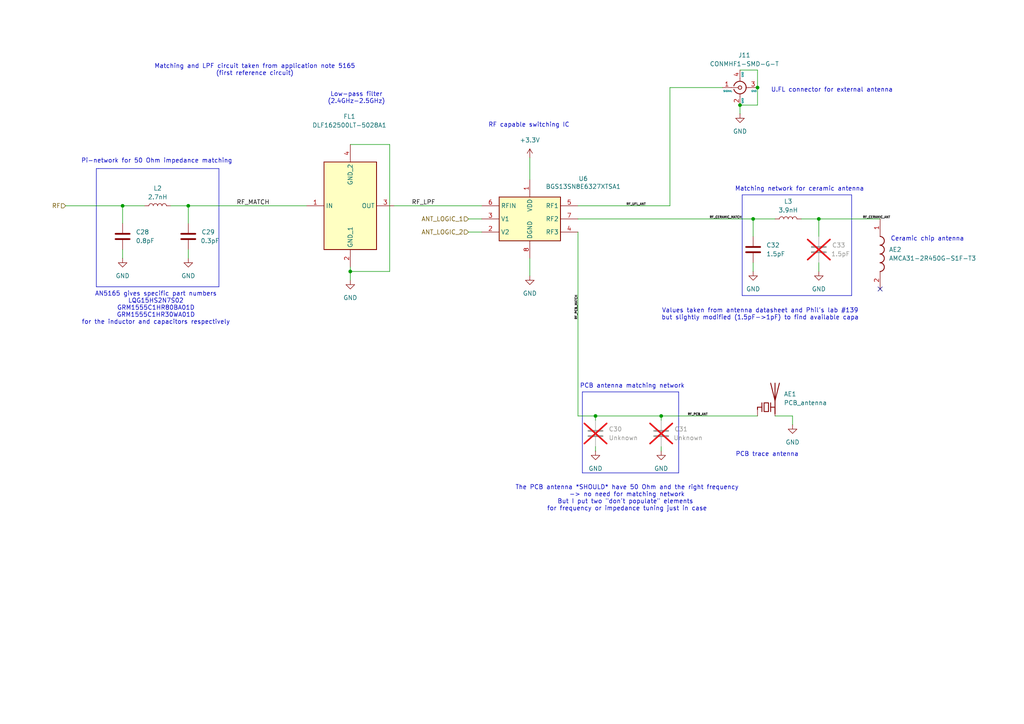
<source format=kicad_sch>
(kicad_sch (version 20250114) (generator "eeschema") (generator_version "9.0")
  (paper "A4")
  (title_block (company "N-Pulse"))
  (lib_symbols
    (symbol "AMCA31-2R450G-S1F-T3:AMCA31-2R450G-S1F-T3" (pin_names (hide yes))
      (property "Reference" "L" (at 16.51 6.35 0))
      (property "Value" "AMCA31-2R450G-S1F-T3" (at 16.51 3.81 0))
      (symbol "AMCA31-2R450G-S1F-T3_1_1"
        (arc (start 5.08 0) (mid 6.35 1.219) (end 7.62 0) (stroke (width 0.254)))
        (arc (start 7.62 0) (mid 8.89 1.219) (end 10.16 0) (stroke (width 0.254)))
        (arc (start 10.16 0) (mid 11.43 1.219) (end 12.7 0) (stroke (width 0.254)))
        (arc (start 12.7 0) (mid 13.97 1.219) (end 15.24 0) (stroke (width 0.254)))
        (pin passive line (at 0 0 0) (length 5.08) (name "FEED") (number "1"))
        (pin passive line (at 20.32 0 180) (length 5.08) (name "NC") (number "2"))
      )
    )
    (symbol "BGS13SN8E6327XTSA1:BGS13SN8E6327XTSA1"
      (property "Reference" "IC4" (at 13.97 7.62 0))
      (property "Value" "BGS13SN8E6327XTSA1" (at 13.97 5.08 0))
      (symbol "BGS13SN8E6327XTSA1_1_1"
        (rectangle (start 22.86 2.54) (end 5.08 -10.16) (stroke (width 0.254)) (fill (type background)))
        (pin passive line (at 0 0 0) (length 5.08) (name "RFIN") (number "6"))
        (pin passive line (at 0 -3.81 0) (length 5.08) (name "V1") (number "3"))
        (pin passive line (at 0 -7.62 0) (length 5.08) (name "V2") (number "2"))
        (pin passive line (at 13.97 7.62 270) (length 5.08) (name "VDD") (number "1"))
        (pin passive line (at 13.97 -15.24 90) (length 5.08) (name "DGND") (number "8"))
        (pin passive line (at 27.94 0 180) (length 5.08) (name "RF1") (number "5"))
        (pin passive line (at 27.94 -3.81 180) (length 5.08) (name "RF2") (number "7"))
        (pin passive line (at 27.94 -7.62 180) (length 5.08) (name "RF3") (number "4"))
      )
    )
    (symbol "CONMHF1-SMD-G-T_2"
      (property "Value" "CONMHF1-SMD-G-T" (at 16.51 3.8802 0))
      (symbol "CONMHF1-SMD-G-T_2_0_1"
        (polyline (pts (xy -2.54 0) (xy -0.508 0)))
        (arc (start 1.778 0) (mid 0.222 -1.8079) (end -1.778 -0.508) (stroke (width 0.254)))
        (arc (start -1.778 0.508) (mid 0.2221 1.8084) (end 1.778 0) (stroke (width 0.254)))
        (polyline (pts (xy 0 2.54) (xy 0 1.8105)))
        (circle (center 0 0) (radius 0.508) (stroke (width 0.2032)))
        (polyline (pts (xy 0 -2.54) (xy 0 -1.778)))
        (polyline (pts (xy 2.54 0) (xy 1.7981 -0.0124)))
      )
      (symbol "CONMHF1-SMD-G-T_2_1_1"
        (text "SIGNAL" (at -3.556 -1.016 0) (effects (font (size 0.5 0.5))))
        (text "GND" (at 0.762 3.81 900) (effects (font (size 0.5 0.5))))
        (text "GND" (at 0.762 -3.81 900) (effects (font (size 0.5 0.5))))
        (text "GND\n" (at 4.064 -1.016 0) (effects (font (size 0.5 0.5))))
        (pin passive line (at -5.08 0 0) (length 2.54) (name "") (number "1"))
        (pin passive line (at 0 5.08 270) (length 2.54) (name "") (number "4"))
        (pin passive line (at 0 -5.08 90) (length 2.54) (name "") (number "2"))
        (pin passive line (at 5.08 0 180) (length 2.54) (name "") (number "3"))
      )
    )
    (symbol "DLF162500LT-5028A1:DLF162500LT-5028A1"
      (property "Reference" "FL" (at 21.59 17.78 0))
      (property "Value" "DLF162500LT-5028A1" (at 21.59 15.24 0))
      (symbol "DLF162500LT-5028A1_1_1"
        (rectangle (start 5.08 12.7) (end 20.32 -12.7) (stroke (width 0.254)) (fill (type background)))
        (pin passive line (at 0 0 0) (length 5.08) (name "IN") (number "1"))
        (pin passive line (at 12.7 17.78 270) (length 5.08) (name "GND_2") (number "4"))
        (pin passive line (at 12.7 -17.78 90) (length 5.08) (name "GND_1") (number "2"))
        (pin passive line (at 25.4 0 180) (length 5.08) (name "OUT") (number "3"))
      )
    )
    (symbol "Device:Antenna_Chip" (pin_numbers (hide yes)) (pin_names (offset 1.016) (hide yes))
      (property "Reference" "AE" (at 0 5.08 0))
      (property "Value" "Antenna_Chip" (at 0 3.175 0))
      (symbol "Antenna_Chip_0_1"
        (polyline (pts (xy -2.54 0) (xy -2.54 -0.635)) (stroke (width 0.254)))
        (polyline (pts (xy -2.54 0) (xy -1.27 0)) (stroke (width 0.254)))
        (polyline (pts (xy -1.27 1.27) (xy -1.27 -1.27) (xy -1.27 0)) (stroke (width 0.254)))
        (polyline (pts (xy -0.635 1.27) (xy 0.635 1.27) (xy 0.635 -1.27) (xy -0.635 -1.27) (xy -0.635 1.27)) (stroke (width 0.254)))
        (polyline (pts (xy 1.27 1.27) (xy 1.27 -1.27)) (stroke (width 0.254)))
        (polyline (pts (xy 1.27 0) (xy 2.54 0)) (stroke (width 0.254)))
        (polyline (pts (xy 2.54 6.985) (xy 2.54 -1.905)) (stroke (width 0.254)))
        (polyline (pts (xy 2.54 -0.635) (xy 2.54 0)))
        (polyline (pts (xy 3.81 6.985) (xy 2.54 1.905) (xy 1.27 6.985)) (stroke (width 0.254)))
      )
      (symbol "Antenna_Chip_1_1"
        (pin input line (at -2.54 -2.54 90) (length 2.54) (name "FEED") (number "1"))
        (pin passive line (at 2.54 -2.54 90) (length 2.54) (name "PCB_Trace") (number "2"))
      )
    )
    (symbol "Device:C" (pin_numbers (hide yes)) (pin_names (offset 0.254))
      (property "Reference" "C" (at 0.635 2.54 0))
      (property "Value" "C" (at 0.635 -2.54 0))
      (symbol "C_0_1"
        (polyline (pts (xy -2.032 0.762) (xy 2.032 0.762)) (stroke (width 0.508)))
        (polyline (pts (xy -2.032 -0.762) (xy 2.032 -0.762)) (stroke (width 0.508)))
      )
      (symbol "C_1_1"
        (pin passive line (at 0 3.81 270) (length 2.794) (name "~") (number "1"))
        (pin passive line (at 0 -3.81 90) (length 2.794) (name "~") (number "2"))
      )
    )
    (symbol "Device:L" (pin_numbers (hide yes)) (pin_names (offset 1.016) (hide yes))
      (property "Reference" "L" (at -1.27 0 90))
      (property "Value" "L" (at 1.905 0 90))
      (symbol "L_0_1"
        (arc (start 0 2.54) (mid 0.6323 1.905) (end 0 1.27))
        (arc (start 0 1.27) (mid 0.6323 0.635) (end 0 0))
        (arc (start 0 0) (mid 0.6323 -0.635) (end 0 -1.27))
        (arc (start 0 -1.27) (mid 0.6323 -1.905) (end 0 -2.54))
      )
      (symbol "L_1_1"
        (pin passive line (at 0 3.81 270) (length 1.27) (name "1") (number "1"))
        (pin passive line (at 0 -3.81 90) (length 1.27) (name "2") (number "2"))
      )
    )
    (symbol "power:+3.3V" (power) (pin_numbers (hide yes)) (pin_names (offset 0) (hide yes))
      (property "Value" "+3.3V" (at 0 3.556 0))
      (symbol "+3.3V_0_1"
        (polyline (pts (xy -0.762 1.27) (xy 0 2.54)))
        (polyline (pts (xy 0 2.54) (xy 0.762 1.27)))
        (polyline (pts (xy 0 0) (xy 0 2.54)))
      )
      (symbol "+3.3V_1_1"
        (pin power_in line (at 0 0 90) (length 0) (name "~") (number "1"))
      )
    )
    (symbol "power:GND" (power) (pin_numbers (hide yes)) (pin_names (offset 0) (hide yes))
      (property "Value" "GND" (at 0 -3.81 0))
      (symbol "GND_0_1"
        (polyline (pts (xy 0 0) (xy 0 -1.27) (xy 1.27 -1.27) (xy 0 -2.54) (xy -1.27 -1.27) (xy 0 -1.27)))
      )
      (symbol "GND_1_1"
        (pin power_in line (at 0 0 270) (length 0) (name "~") (number "1"))
      )
    )
  )
  (text "The PCB antenna *SHOULD* have 50 Ohm and the right frequency\n-> no need for matching network\nBut I put two \"don't populate\" elements \nfor frequency or impedance tuning just in case" (at 181.864 144.526 0) (effects (font (size 1.27 1.27))))
  (text "U.FL connector for external antenna\n" (at 241.3 26.162 0) (effects (font (size 1.27 1.27))))
  (text "RF capable switching IC" (at 153.416 36.322 0) (effects (font (size 1.27 1.27))))
  (text "Pi-network for 50 Ohm impedance matching" (at 45.466 46.736 0) (effects (font (size 1.27 1.27))))
  (text "Matching and LPF circuit taken from application note 5165\n(first reference circuit)" (at 73.914 20.32 0) (effects (font (size 1.27 1.27))))
  (text "AN5165 gives specific part numbers\nLQG15HS2N7S02\nGRM1555C1HR80BA01D\nGRM1555C1HR30WA01D\nfor the inductor and capacitors respectively" (at 45.212 89.408 0) (effects (font (size 1.27 1.27))))
  (text "Ceramic chip antenna" (at 268.986 69.342 0) (effects (font (size 1.27 1.27))))
  (text "PCB trace antenna\n" (at 222.504 131.826 0) (effects (font (size 1.27 1.27))))
  (text "Low-pass filter\n(2.4GHz-2.5GHz)" (at 103.378 28.448 0) (effects (font (size 1.27 1.27))))
  (text "PCB antenna matching network" (at 183.388 112.014 0) (effects (font (size 1.27 1.27))))
  (text "Values taken from antenna datasheet and Phil's lab #139\nbut slightly modified (1.5pF->1pF) to find available capa" (at 220.472 91.186 0) (effects (font (size 1.27 1.27))))
  (text "Matching network for ceramic antenna\n" (at 231.902 54.864 0) (effects (font (size 1.27 1.27))))
  (junction (at 35.56 59.69))
  (junction (at 101.6 78.74))
  (junction (at 191.77 120.65))
  (junction (at 172.72 120.65))
  (junction (at 54.61 59.69))
  (junction (at 237.49 63.5))
  (junction (at 214.63 30.48))
  (junction (at 218.44 63.5))
  (junction (at 219.71 25.4))
  (no_connect (at 255.27 83.82))
  (wire (pts (xy 237.49 76.2) (xy 237.49 78.74)))
  (polyline (pts (xy 27.94 48.895) (xy 28.575 48.895)))
  (wire (pts (xy 54.61 59.69) (xy 88.9 59.69)))
  (wire (pts (xy 153.67 74.93) (xy 153.67 80.01)))
  (wire (pts (xy 237.49 63.5) (xy 255.27 63.5)))
  (wire (pts (xy 49.53 59.69) (xy 54.61 59.69)))
  (wire (pts (xy 54.61 59.69) (xy 54.61 64.77)))
  (wire (pts (xy 101.6 78.74) (xy 101.6 81.28)))
  (polyline (pts (xy 27.94 83.185) (xy 27.94 48.895)))
  (wire (pts (xy 19.05 59.69) (xy 35.56 59.69)))
  (wire (pts (xy 172.72 121.92) (xy 172.72 120.65)))
  (wire (pts (xy 194.31 25.4) (xy 194.31 59.69)))
  (wire (pts (xy 219.71 25.4) (xy 219.71 30.48)))
  (wire (pts (xy 35.56 72.39) (xy 35.56 74.93)))
  (wire (pts (xy 172.72 120.65) (xy 191.77 120.65)))
  (wire (pts (xy 224.79 120.65) (xy 229.87 120.65)))
  (wire (pts (xy 214.63 20.32) (xy 219.71 20.32)))
  (wire (pts (xy 194.31 25.4) (xy 209.55 25.4)))
  (wire (pts (xy 191.77 120.65) (xy 219.71 120.65)))
  (wire (pts (xy 167.64 67.31) (xy 167.64 120.65)))
  (wire (pts (xy 191.77 129.54) (xy 191.77 130.81)))
  (wire (pts (xy 54.61 72.39) (xy 54.61 74.93)))
  (wire (pts (xy 135.89 63.5) (xy 139.7 63.5)))
  (wire (pts (xy 218.44 76.2) (xy 218.44 78.74)))
  (polyline (pts (xy 196.85 113.665) (xy 196.85 137.16)))
  (wire (pts (xy 172.72 120.65) (xy 167.64 120.65)))
  (wire (pts (xy 218.44 63.5) (xy 224.79 63.5)))
  (wire (pts (xy 219.71 20.32) (xy 219.71 25.4)))
  (wire (pts (xy 214.63 30.48) (xy 214.63 33.02)))
  (wire (pts (xy 101.6 77.47) (xy 101.6 78.74)))
  (wire (pts (xy 172.72 129.54) (xy 172.72 130.81)))
  (wire (pts (xy 218.44 63.5) (xy 218.44 68.58)))
  (wire (pts (xy 35.56 59.69) (xy 35.56 64.77)))
  (wire (pts (xy 113.03 78.74) (xy 101.6 78.74)))
  (wire (pts (xy 101.6 41.91) (xy 113.03 41.91)))
  (polyline (pts (xy 247.015 56.515) (xy 247.015 85.725)))
  (wire (pts (xy 194.31 59.69) (xy 167.64 59.69)))
  (polyline (pts (xy 168.91 113.665) (xy 168.91 137.16)))
  (wire (pts (xy 167.64 63.5) (xy 218.44 63.5)))
  (wire (pts (xy 153.67 45.72) (xy 153.67 52.07)))
  (polyline (pts (xy 215.265 56.515) (xy 247.015 56.515)))
  (wire (pts (xy 219.71 30.48) (xy 214.63 30.48)))
  (wire (pts (xy 35.56 59.69) (xy 41.91 59.69)))
  (wire (pts (xy 135.89 67.31) (xy 139.7 67.31)))
  (polyline (pts (xy 247.015 85.725) (xy 215.265 85.725)))
  (polyline (pts (xy 28.575 48.895) (xy 63.5 48.895)))
  (polyline (pts (xy 196.85 137.16) (xy 168.91 137.16)))
  (polyline (pts (xy 63.5 83.185) (xy 27.94 83.185)))
  (polyline (pts (xy 63.5 48.895) (xy 63.5 83.185)))
  (wire (pts (xy 114.3 59.69) (xy 139.7 59.69)))
  (polyline (pts (xy 168.91 113.665) (xy 196.85 113.665)))
  (wire (pts (xy 191.77 120.65) (xy 191.77 121.92)))
  (wire (pts (xy 232.41 63.5) (xy 237.49 63.5)))
  (polyline (pts (xy 215.265 56.515) (xy 215.265 85.725)))
  (wire (pts (xy 229.87 120.65) (xy 229.87 123.19)))
  (wire (pts (xy 237.49 63.5) (xy 237.49 68.58)))
  (wire (pts (xy 113.03 41.91) (xy 113.03 78.74)))
  (label "RF_PCB_MATCH" (at 167.64 92.71 90) (effects (font (size 0.635 0.635))))
  (label "RF_CERAMIC_ANT" (at 250.19 63.5 0) (effects (font (size 0.635 0.635))))
  (label "RF_UFL_ANT" (at 181.61 59.69 0) (effects (font (size 0.635 0.635))))
  (label "RF_PCB_ANT" (at 199.39 120.65 0) (effects (font (size 0.635 0.635))))
  (label "RF_LPF" (at 119.38 59.69 0))
  (label "RF_CERAMIC_MATCH" (at 205.74 63.5 0) (effects (font (size 0.635 0.635))))
  (label "RF_MATCH" (at 68.58 59.69 0))
  (hierarchical_label "ANT_LOGIC_2" (shape input) (at 135.89 67.31 180))
  (hierarchical_label "RF" (shape input) (at 19.05 59.69 180))
  (hierarchical_label "ANT_LOGIC_1" (shape input) (at 135.89 63.5 180))
  (symbol (lib_id "power:GND") (at 35.56 74.93 0) (unit 1)
    (property "Reference" "#PWR039" (effects (hide yes)))
    (property "Value" "GND" (at 35.56 80.01 0))
    (property "Description" "Power symbol creates a global label with name \"GND\" , ground" (effects (hide yes)))
  )
  (symbol (lib_id "power:GND") (at 54.61 74.93 0) (unit 1)
    (property "Reference" "#PWR040" (effects (hide yes)))
    (property "Value" "GND" (at 54.61 80.01 0))
    (property "Description" "Power symbol creates a global label with name \"GND\" , ground" (effects (hide yes)))
  )
  (symbol (lib_id "Device:Antenna_Chip") (at 222.25 118.11 0) (unit 1)
    (property "Reference" "AE1" (at 227.33 114.2999 0) (effects (justify left)))
    (property "Value" "PCB_antenna" (at 227.33 116.8399 0) (effects (justify left)))
    (property "Footprint" "RF_Antenna:Texas_SWRA117D_2.4GHz_Left" (effects (hide yes)))
    (property "Description" "Ceramic chip antenna with pin for PCB trace" (effects (hide yes)))
  )
  (symbol (lib_name "CONMHF1-SMD-G-T_2") (lib_id "CONMHF1-SMD-G-T:CONMHF1-SMD-G-T") (at 214.63 25.4 0) (unit 1)
    (property "Reference" "J11" (at 215.9 16.002 0))
    (property "Value" "CONMHF1-SMD-G-T" (at 215.9 18.542 0))
    (property "Footprint" "CONMHF1-SMD-G-T:CONMHF1SMDGT" (effects (hide yes)))
    (property "Datasheet" "https://www.te.com/commerce/DocumentDelivery/DDEController?Action=srchrtrv&DocNm=conmhf1-smd-g-t-ds&DocType=Data%20Sheet&DocLang=English&PartCntxt=CONMHF1-SMD-G-T&DocFormat=pdf" (effects (hide yes)))
    (property "Description" "Body Features: Body Material Copper Alloy | Body Plating Material Gold | Configuration Features: Number of Positions 1 | Number of Coaxial Contacts 1 | Electrical Characteristics: Impedance 50 OHM | Mechanical Attachment: RF Connector Coupling Mechanism Snap-On | Connector Mounting Type Board Mount | Operation/Application: Circuit Application Signal | Operating Frequency 6 GHZ | Other: Dielectric Material LCP | Product Type Features: Connector & Contact Terminates To Printed Circuit Board | Connector System" (effects (hide yes)))
    (property "Height" "1.31" (effects (hide yes)))
    (property "Mouser Part Number" "712-CONMHF1-SMD-G-T" (effects (hide yes)))
    (property "Mouser Price/Stock" "https://www.mouser.co.uk/ProductDetail/TE-Connectivity-Linx-Technologies/CONMHF1-SMD-G-T?qs=7D1LtPJG0i0JqNJVGTgWfg%3D%3D" (effects (hide yes)))
    (property "Manufacturer_Name" "TE Connectivity" (effects (hide yes)))
    (property "Manufacturer_Part_Number" "CONMHF1-SMD-G-T" (effects (hide yes)))
  )
  (symbol (lib_id "power:GND") (at 191.77 130.81 0) (unit 1)
    (property "Reference" "#PWR045" (effects (hide yes)))
    (property "Value" "GND" (at 191.77 135.89 0))
    (property "Description" "Power symbol creates a global label with name \"GND\" , ground" (effects (hide yes)))
  )
  (symbol (lib_id "power:GND") (at 218.44 78.74 0) (unit 1)
    (property "Reference" "#PWR047" (effects (hide yes)))
    (property "Value" "GND" (at 218.44 83.82 0))
    (property "Description" "Power symbol creates a global label with name \"GND\" , ground" (effects (hide yes)))
  )
  (symbol (lib_id "power:GND") (at 101.6 81.28 0) (unit 1)
    (property "Reference" "#PWR041" (effects (hide yes)))
    (property "Value" "GND" (at 101.6 86.36 0))
    (property "Description" "Power symbol creates a global label with name \"GND\" , ground" (effects (hide yes)))
  )
  (symbol (lib_id "power:GND") (at 172.72 130.81 0) (unit 1)
    (property "Reference" "#PWR044" (effects (hide yes)))
    (property "Value" "GND" (at 172.72 135.89 0))
    (property "Description" "Power symbol creates a global label with name \"GND\" , ground" (effects (hide yes)))
  )
  (symbol (lib_id "Device:C") (at 35.56 68.58 0) (unit 1)
    (property "Reference" "C28" (at 39.37 67.3099 0) (effects (justify left)))
    (property "Value" "0.8pF" (at 39.37 69.8499 0) (effects (justify left)))
    (property "Footprint" "Capacitor_SMD:C_0402_1005Metric" (effects (hide yes)))
    (property "Description" "Unpolarized capacitor" (effects (hide yes)))
  )
  (symbol (lib_id "Device:C") (at 54.61 68.58 0) (unit 1)
    (property "Reference" "C29" (at 58.42 67.3099 0) (effects (justify left)))
    (property "Value" "0.3pF" (at 58.166 69.85 0) (effects (justify left)))
    (property "Footprint" "Capacitor_SMD:C_0402_1005Metric" (effects (hide yes)))
    (property "Description" "Unpolarized capacitor" (effects (hide yes)))
  )
  (symbol (lib_id "DLF162500LT-5028A1:DLF162500LT-5028A1") (at 88.9 59.69 0) (unit 1)
    (property "Reference" "FL1" (at 101.346 33.782 0))
    (property "Value" "DLF162500LT-5028A1" (at 101.346 36.322 0))
    (property "Footprint" "DLF162500LT-5028A1:DLF162500LT5028A1" (effects (hide yes)))
    (property "Datasheet" "https://product.tdk.com/system/files/dam/doc/product/rf/rf/filter/catalog/rf_lpf_dlf162500lt-5028a1_en.pdf" (effects (hide yes)))
    (property "Description" "Signal Conditioning LTCC LOW PASS FLTR 2400-2500MHz" (effects (hide yes)))
    (property "Height" "0.4" (effects (hide yes)))
    (property "Mouser Part Number" "810-DLF16250LT5028A1" (effects (hide yes)))
    (property "Mouser Price/Stock" "https://www.mouser.co.uk/ProductDetail/TDK/DLF162500LT-5028A1?qs=U%2FZX79kHR%2FlwIbAISCs3qA%3D%3D" (effects (hide yes)))
    (property "Manufacturer_Name" "TDK" (effects (hide yes)))
    (property "Manufacturer_Part_Number" "DLF162500LT-5028A1" (effects (hide yes)))
  )
  (symbol (lib_id "power:+3.3V") (at 153.67 45.72 0) (unit 1)
    (property "Reference" "#PWR042" (effects (hide yes)))
    (property "Value" "+3.3V" (at 153.67 40.64 0))
    (property "Description" "Power symbol creates a global label with name \"+3.3V\"" (effects (hide yes)))
  )
  (symbol (lib_id "power:GND") (at 214.63 33.02 0) (unit 1)
    (property "Reference" "#PWR046" (effects (hide yes)))
    (property "Value" "GND" (at 214.63 38.1 0))
    (property "Description" "Power symbol creates a global label with name \"GND\" , ground" (effects (hide yes)))
  )
  (symbol (lib_id "Device:C") (at 172.72 125.73 0) (unit 1) (dnp yes)
    (property "Reference" "C30" (at 176.53 124.4599 0) (effects (justify left)))
    (property "Value" "Unknown" (at 176.53 126.9999 0) (effects (justify left)))
    (property "Footprint" "Capacitor_SMD:C_0402_1005Metric" (effects (hide yes)))
    (property "Description" "Unpolarized capacitor" (effects (hide yes)))
  )
  (symbol (lib_id "Device:L") (at 45.72 59.69 90) (unit 1)
    (property "Reference" "L2" (at 45.72 54.61 90))
    (property "Value" "2.7nH" (at 45.72 57.15 90))
    (property "Footprint" "Inductor_SMD:L_0402_1005Metric" (effects (hide yes)))
    (property "Description" "Inductor" (effects (hide yes)))
  )
  (symbol (lib_id "BGS13SN8E6327XTSA1:BGS13SN8E6327XTSA1") (at 139.7 59.69 0) (unit 1)
    (property "Reference" "U6" (at 169.164 51.816 0))
    (property "Value" "BGS13SN8E6327XTSA1" (at 169.164 54.102 0))
    (property "Footprint" "BGS13SN8E6327XTSA1:BGS13SN8E6327XTSA1" (effects (hide yes)))
    (property "Datasheet" "https://www.mouser.ph/ProductDetail/Infineon-Technologies/BGS13SN8E6327XTSA1?qs=0DP5yvOrqYmFtfP%252BZ8kQgQ%3D%3D" (effects (hide yes)))
    (property "Description" "INFINEON - BGS13SN8E6327XTSA1 - RF SWITCH, SP3T, 0.1-6GHZ, TSNP-8" (effects (hide yes)))
    (property "Height" "0.4" (effects (hide yes)))
    (property "Mouser Part Number" "726-BGS13SN8E6327XTS" (effects (hide yes)))
    (property "Mouser Price/Stock" "https://www.mouser.co.uk/ProductDetail/Infineon-Technologies/BGS13SN8E6327XTSA1?qs=0DP5yvOrqYmFtfP%252BZ8kQgQ%3D%3D" (effects (hide yes)))
    (property "Manufacturer_Name" "Infineon" (effects (hide yes)))
    (property "Manufacturer_Part_Number" "BGS13SN8E6327XTSA1" (effects (hide yes)))
  )
  (symbol (lib_id "AMCA31-2R450G-S1F-T3:AMCA31-2R450G-S1F-T3") (at 255.27 63.5 270) (unit 1)
    (property "Reference" "AE2" (at 257.81 72.3899 90) (effects (justify left)))
    (property "Value" "AMCA31-2R450G-S1F-T3" (at 257.81 74.9299 90) (effects (justify left)))
    (property "Footprint" "AMCA31-2R450G-S1F-T3:ANTC3216X140N" (effects (hide yes)))
    (property "Datasheet" "https://abracon.com/chip-antenna/AMCA31-2R450G-S1F-T.pdf" (effects (hide yes)))
    (property "Description" "ABRACON - AMCA31-2R450G-S1F-T3 - ANTENNA, CHIP, 2.45GHZ, 50 OHM, 1206" (effects (hide yes)))
    (property "Height" "1.4" (effects (hide yes)))
    (property "Mouser Part Number" "815-CA312R450GS1FT3" (effects (hide yes)))
    (property "Mouser Price/Stock" "https://www.mouser.co.uk/ProductDetail/ABRACON/AMCA31-2R450G-S1F-T3?qs=AAveGqk956GLuOddQEK40Q%3D%3D" (effects (hide yes)))
    (property "Manufacturer_Name" "ABRACON" (effects (hide yes)))
    (property "Manufacturer_Part_Number" "AMCA31-2R450G-S1F-T3" (effects (hide yes)))
  )
  (symbol (lib_id "power:GND") (at 237.49 78.74 0) (unit 1)
    (property "Reference" "#PWR049" (effects (hide yes)))
    (property "Value" "GND" (at 237.49 83.82 0))
    (property "Description" "Power symbol creates a global label with name \"GND\" , ground" (effects (hide yes)))
  )
  (symbol (lib_id "power:GND") (at 229.87 123.19 0) (unit 1)
    (property "Reference" "#PWR048" (effects (hide yes)))
    (property "Value" "GND" (at 229.87 128.27 0))
    (property "Description" "Power symbol creates a global label with name \"GND\" , ground" (effects (hide yes)))
  )
  (symbol (lib_id "Device:C") (at 191.77 125.73 0) (unit 1) (dnp yes)
    (property "Reference" "C31" (at 195.58 124.4599 0) (effects (justify left)))
    (property "Value" "Unknown" (at 195.326 127 0) (effects (justify left)))
    (property "Footprint" "Capacitor_SMD:C_0402_1005Metric" (effects (hide yes)))
    (property "Description" "Unpolarized capacitor" (effects (hide yes)))
  )
  (symbol (lib_id "power:GND") (at 153.67 80.01 0) (unit 1)
    (property "Reference" "#PWR043" (effects (hide yes)))
    (property "Value" "GND" (at 153.67 85.09 0))
    (property "Description" "Power symbol creates a global label with name \"GND\" , ground" (effects (hide yes)))
  )
  (symbol (lib_id "Device:C") (at 218.44 72.39 0) (unit 1)
    (property "Reference" "C32" (at 222.25 71.1199 0) (effects (justify left)))
    (property "Value" "1.5pF" (at 222.25 73.6599 0) (effects (justify left)))
    (property "Footprint" "Capacitor_SMD:C_0402_1005Metric" (effects (hide yes)))
    (property "Description" "Unpolarized capacitor" (effects (hide yes)))
  )
  (symbol (lib_id "Device:C") (at 237.49 72.39 0) (unit 1) (dnp yes)
    (property "Reference" "C33" (at 241.3 71.1199 0) (effects (justify left)))
    (property "Value" "1.5pF" (at 241.046 73.66 0) (effects (justify left)))
    (property "Footprint" "Capacitor_SMD:C_0402_1005Metric" (effects (hide yes)))
    (property "Description" "Unpolarized capacitor" (effects (hide yes)))
  )
  (symbol (lib_id "Device:L") (at 228.6 63.5 90) (unit 1)
    (property "Reference" "L3" (at 228.6 58.42 90))
    (property "Value" "3.9nH" (at 228.6 60.96 90))
    (property "Footprint" "Inductor_SMD:L_0402_1005Metric" (effects (hide yes)))
    (property "Description" "Inductor" (effects (hide yes)))
  )
)
</source>
